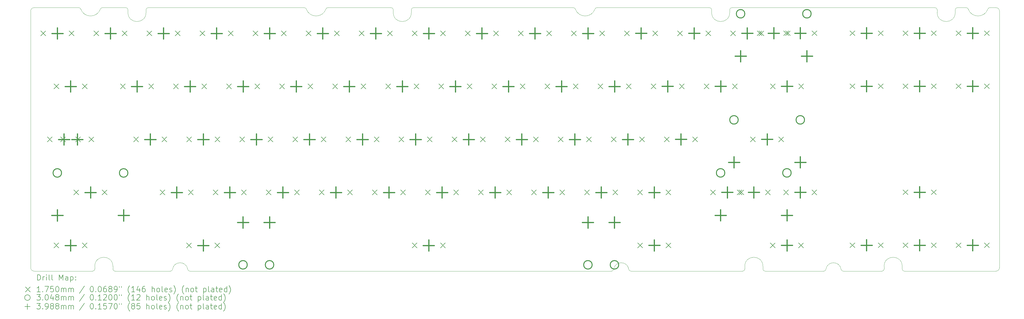
<source format=gbr>
%FSLAX45Y45*%
G04 Gerber Fmt 4.5, Leading zero omitted, Abs format (unit mm)*
G04 Created by KiCad (PCBNEW (5.99.0-12118-g897269f33f)) date 2021-10-21 22:54:38*
%MOMM*%
%LPD*%
G01*
G04 APERTURE LIST*
%TA.AperFunction,Profile*%
%ADD10C,0.100000*%
%TD*%
%ADD11C,0.200000*%
%ADD12C,0.175000*%
%ADD13C,0.304800*%
%ADD14C,0.398780*%
G04 APERTURE END LIST*
D10*
X495035Y-5428477D02*
G75*
G02*
X565762Y-5378430I70727J-24953D01*
G01*
X8591434Y-5428477D02*
G75*
G02*
X8662161Y-5378430I70727J-24953D01*
G01*
X24278125Y-14673429D02*
X24278125Y-14773429D01*
X32771300Y-14723429D02*
X32771300Y-5503430D01*
X29353750Y-14848429D02*
X32646300Y-14848429D01*
X18250518Y-5428477D02*
G75*
G02*
X18321246Y-5378430I70727J-24953D01*
G01*
X3702604Y-14848429D02*
G75*
G02*
X3628312Y-14783707I0J75000D01*
G01*
X1016875Y-14848429D02*
X3009445Y-14848429D01*
X27158937Y-14848477D02*
X28553750Y-14848429D01*
X291875Y-14773429D02*
G75*
G02*
X216875Y-14848429I-75000J0D01*
G01*
X-283010Y-5378430D02*
G75*
G02*
X-212282Y-5428477I0J-75000D01*
G01*
X26540067Y-14783756D02*
G75*
G02*
X27084642Y-14783756I272287J-37672D01*
G01*
X6274756Y-14848428D02*
X18295303Y-14848429D01*
X495034Y-5428477D02*
G75*
G02*
X-212282Y-5428477I-353658J124770D01*
G01*
X32355301Y-5428477D02*
G75*
G02*
X31647984Y-5428477I-353659J124770D01*
G01*
X-2010000Y-5503430D02*
X-2010000Y-14723429D01*
X941875Y-14673429D02*
X941875Y-14773429D01*
X29278750Y-14673429D02*
X29278750Y-14773429D01*
X7813389Y-5378430D02*
X2207500Y-5378430D01*
X1407500Y-5378430D02*
G75*
G02*
X1482500Y-5453430I0J-75000D01*
G01*
X1482500Y-5553430D02*
X1482500Y-5453430D01*
X-283010Y-5378430D02*
X-1885000Y-5378430D01*
X291875Y-14773429D02*
X291875Y-14673429D01*
X31183750Y-5453430D02*
X31183750Y-5553430D01*
X11657500Y-5553430D02*
G75*
G02*
X11007500Y-5553430I-325000J0D01*
G01*
X23628125Y-14773429D02*
X23628125Y-14673429D01*
X291875Y-14673429D02*
G75*
G02*
X941875Y-14673429I325000J0D01*
G01*
X23628125Y-14673429D02*
G75*
G02*
X24278125Y-14673429I325000J0D01*
G01*
X26540067Y-14783757D02*
G75*
G02*
X26465773Y-14848478I-74292J10279D01*
G01*
X-1885000Y-14848429D02*
G75*
G02*
X-2010000Y-14723429I0J125000D01*
G01*
X-2010000Y-5503430D02*
G75*
G02*
X-1885000Y-5378430I125000J0D01*
G01*
X31577257Y-5378430D02*
X31258750Y-5378430D01*
X19537883Y-14848301D02*
G75*
G02*
X19463592Y-14783579I2J75000D01*
G01*
X17472474Y-5378430D02*
G75*
G02*
X17543201Y-5428477I0J-75000D01*
G01*
X1016875Y-14848429D02*
G75*
G02*
X941875Y-14773429I0J75000D01*
G01*
X28628750Y-14773429D02*
X28628750Y-14673429D01*
X24353123Y-14848429D02*
X26465773Y-14848478D01*
X2132500Y-5453430D02*
X2132500Y-5553430D01*
X30458750Y-5378430D02*
X23162500Y-5378430D01*
X2132500Y-5453430D02*
G75*
G02*
X2207500Y-5378430I75000J0D01*
G01*
X24353123Y-14848429D02*
G75*
G02*
X24278125Y-14773429I2J75000D01*
G01*
X27158937Y-14848477D02*
G75*
G02*
X27084642Y-14783756I-3J75000D01*
G01*
X22362500Y-5378430D02*
G75*
G02*
X22437500Y-5453430I0J-75000D01*
G01*
X7813389Y-5378430D02*
G75*
G02*
X7884116Y-5428477I0J-75000D01*
G01*
X18919016Y-14783589D02*
G75*
G02*
X18844739Y-14848314I-74293J10275D01*
G01*
X30458750Y-5378430D02*
G75*
G02*
X30533750Y-5453430I0J-75000D01*
G01*
X17472474Y-5378430D02*
X11732500Y-5378430D01*
X30533750Y-5553430D02*
X30533750Y-5453430D01*
X23087500Y-5453430D02*
X23087500Y-5553430D01*
X32355302Y-5428477D02*
G75*
G02*
X32426029Y-5378430I70727J-24953D01*
G01*
X29353750Y-14848429D02*
G75*
G02*
X29278750Y-14773429I0J75000D01*
G01*
X31183750Y-5553430D02*
G75*
G02*
X30533750Y-5553430I-325000J0D01*
G01*
X-1885000Y-14848429D02*
X216875Y-14848429D01*
X3083737Y-14783707D02*
G75*
G02*
X3009445Y-14848429I-74292J10278D01*
G01*
X23087500Y-5553430D02*
G75*
G02*
X22437500Y-5553430I-325000J0D01*
G01*
X23087500Y-5453430D02*
G75*
G02*
X23162500Y-5378430I75000J0D01*
G01*
X22437500Y-5553430D02*
X22437500Y-5453430D01*
X8591433Y-5428477D02*
G75*
G02*
X7884116Y-5428477I-353658J124770D01*
G01*
X1407500Y-5378430D02*
X565762Y-5378430D01*
X10932500Y-5378430D02*
X8662161Y-5378430D01*
X11657500Y-5453430D02*
G75*
G02*
X11732500Y-5378430I75000J0D01*
G01*
X32646300Y-5378430D02*
G75*
G02*
X32771300Y-5503430I0J-125000D01*
G01*
X2132500Y-5553430D02*
G75*
G02*
X1482500Y-5553430I-325000J0D01*
G01*
X23628125Y-14773429D02*
G75*
G02*
X23553125Y-14848429I-75000J0D01*
G01*
X3083737Y-14783707D02*
G75*
G02*
X3628312Y-14783707I272288J-37670D01*
G01*
X18295303Y-14848429D02*
X18844739Y-14848314D01*
X28628750Y-14673429D02*
G75*
G02*
X29278750Y-14673429I325000J0D01*
G01*
X28628750Y-14773429D02*
G75*
G02*
X28553750Y-14848429I-75000J0D01*
G01*
X32646300Y-5378430D02*
X32426029Y-5378430D01*
X18919016Y-14783589D02*
G75*
G02*
X19463592Y-14783579I272289J-37658D01*
G01*
X32771300Y-14723429D02*
G75*
G02*
X32646300Y-14848429I-125000J0D01*
G01*
X31183750Y-5453430D02*
G75*
G02*
X31258750Y-5378430I75000J0D01*
G01*
X18250518Y-5428477D02*
G75*
G02*
X17543201Y-5428477I-353659J124770D01*
G01*
X10932500Y-5378430D02*
G75*
G02*
X11007500Y-5453430I0J-75000D01*
G01*
X19537883Y-14848301D02*
X23553125Y-14848429D01*
X3702604Y-14848429D02*
X6274756Y-14848428D01*
X22362500Y-5378430D02*
X18321246Y-5378430D01*
X31577257Y-5378430D02*
G75*
G02*
X31647984Y-5428477I0J-75000D01*
G01*
X11007500Y-5553430D02*
X11007500Y-5453430D01*
X11657500Y-5453430D02*
X11657500Y-5553430D01*
D11*
D12*
X-1645500Y-6215000D02*
X-1470500Y-6390000D01*
X-1470500Y-6215000D02*
X-1645500Y-6390000D01*
X-1410500Y-10025000D02*
X-1235500Y-10200000D01*
X-1235500Y-10025000D02*
X-1410500Y-10200000D01*
X-1173000Y-13835000D02*
X-998000Y-14010000D01*
X-998000Y-13835000D02*
X-1173000Y-14010000D01*
X-1170500Y-8120000D02*
X-995500Y-8295000D01*
X-995500Y-8120000D02*
X-1170500Y-8295000D01*
X-933000Y-10025000D02*
X-758000Y-10200000D01*
X-758000Y-10025000D02*
X-933000Y-10200000D01*
X-629500Y-6215000D02*
X-454500Y-6390000D01*
X-454500Y-6215000D02*
X-629500Y-6390000D01*
X-458000Y-11930000D02*
X-283000Y-12105000D01*
X-283000Y-11930000D02*
X-458000Y-12105000D01*
X-394500Y-10025000D02*
X-219500Y-10200000D01*
X-219500Y-10025000D02*
X-394500Y-10200000D01*
X-157000Y-13835000D02*
X18000Y-14010000D01*
X18000Y-13835000D02*
X-157000Y-14010000D01*
X-154500Y-8120000D02*
X20500Y-8295000D01*
X20500Y-8120000D02*
X-154500Y-8295000D01*
X83000Y-10025000D02*
X258000Y-10200000D01*
X258000Y-10025000D02*
X83000Y-10200000D01*
X259500Y-6215000D02*
X434500Y-6390000D01*
X434500Y-6215000D02*
X259500Y-6390000D01*
X558000Y-11930000D02*
X733000Y-12105000D01*
X733000Y-11930000D02*
X558000Y-12105000D01*
X1212000Y-8120000D02*
X1387000Y-8295000D01*
X1387000Y-8120000D02*
X1212000Y-8295000D01*
X1275500Y-6215000D02*
X1450500Y-6390000D01*
X1450500Y-6215000D02*
X1275500Y-6390000D01*
X1687000Y-10025000D02*
X1862000Y-10200000D01*
X1862000Y-10025000D02*
X1687000Y-10200000D01*
X2164500Y-6215000D02*
X2339500Y-6390000D01*
X2339500Y-6215000D02*
X2164500Y-6390000D01*
X2228000Y-8120000D02*
X2403000Y-8295000D01*
X2403000Y-8120000D02*
X2228000Y-8295000D01*
X2637000Y-11930000D02*
X2812000Y-12105000D01*
X2812000Y-11930000D02*
X2637000Y-12105000D01*
X2703000Y-10025000D02*
X2878000Y-10200000D01*
X2878000Y-10025000D02*
X2703000Y-10200000D01*
X3117000Y-8120000D02*
X3292000Y-8295000D01*
X3292000Y-8120000D02*
X3117000Y-8295000D01*
X3180500Y-6215000D02*
X3355500Y-6390000D01*
X3355500Y-6215000D02*
X3180500Y-6390000D01*
X3589500Y-13835000D02*
X3764500Y-14010000D01*
X3764500Y-13835000D02*
X3589500Y-14010000D01*
X3592000Y-10025000D02*
X3767000Y-10200000D01*
X3767000Y-10025000D02*
X3592000Y-10200000D01*
X3653000Y-11930000D02*
X3828000Y-12105000D01*
X3828000Y-11930000D02*
X3653000Y-12105000D01*
X4069500Y-6215000D02*
X4244500Y-6390000D01*
X4244500Y-6215000D02*
X4069500Y-6390000D01*
X4133000Y-8120000D02*
X4308000Y-8295000D01*
X4308000Y-8120000D02*
X4133000Y-8295000D01*
X4542000Y-11930000D02*
X4717000Y-12105000D01*
X4717000Y-11930000D02*
X4542000Y-12105000D01*
X4605500Y-13835000D02*
X4780500Y-14010000D01*
X4780500Y-13835000D02*
X4605500Y-14010000D01*
X4608000Y-10025000D02*
X4783000Y-10200000D01*
X4783000Y-10025000D02*
X4608000Y-10200000D01*
X5022000Y-8120000D02*
X5197000Y-8295000D01*
X5197000Y-8120000D02*
X5022000Y-8295000D01*
X5085500Y-6215000D02*
X5260500Y-6390000D01*
X5260500Y-6215000D02*
X5085500Y-6390000D01*
X5497000Y-10025000D02*
X5672000Y-10200000D01*
X5672000Y-10025000D02*
X5497000Y-10200000D01*
X5558000Y-11930000D02*
X5733000Y-12105000D01*
X5733000Y-11930000D02*
X5558000Y-12105000D01*
X5974500Y-6215000D02*
X6149500Y-6390000D01*
X6149500Y-6215000D02*
X5974500Y-6390000D01*
X6038000Y-8120000D02*
X6213000Y-8295000D01*
X6213000Y-8120000D02*
X6038000Y-8295000D01*
X6447000Y-11930000D02*
X6622000Y-12105000D01*
X6622000Y-11930000D02*
X6447000Y-12105000D01*
X6513000Y-10025000D02*
X6688000Y-10200000D01*
X6688000Y-10025000D02*
X6513000Y-10200000D01*
X6927000Y-8120000D02*
X7102000Y-8295000D01*
X7102000Y-8120000D02*
X6927000Y-8295000D01*
X6990500Y-6215000D02*
X7165500Y-6390000D01*
X7165500Y-6215000D02*
X6990500Y-6390000D01*
X7402000Y-10025000D02*
X7577000Y-10200000D01*
X7577000Y-10025000D02*
X7402000Y-10200000D01*
X7463000Y-11930000D02*
X7638000Y-12105000D01*
X7638000Y-11930000D02*
X7463000Y-12105000D01*
X7879500Y-6215000D02*
X8054500Y-6390000D01*
X8054500Y-6215000D02*
X7879500Y-6390000D01*
X7943000Y-8120000D02*
X8118000Y-8295000D01*
X8118000Y-8120000D02*
X7943000Y-8295000D01*
X8352000Y-11930000D02*
X8527000Y-12105000D01*
X8527000Y-11930000D02*
X8352000Y-12105000D01*
X8418000Y-10025000D02*
X8593000Y-10200000D01*
X8593000Y-10025000D02*
X8418000Y-10200000D01*
X8832000Y-8120000D02*
X9007000Y-8295000D01*
X9007000Y-8120000D02*
X8832000Y-8295000D01*
X8895500Y-6215000D02*
X9070500Y-6390000D01*
X9070500Y-6215000D02*
X8895500Y-6390000D01*
X9307000Y-10025000D02*
X9482000Y-10200000D01*
X9482000Y-10025000D02*
X9307000Y-10200000D01*
X9368000Y-11930000D02*
X9543000Y-12105000D01*
X9543000Y-11930000D02*
X9368000Y-12105000D01*
X9784500Y-6215000D02*
X9959500Y-6390000D01*
X9959500Y-6215000D02*
X9784500Y-6390000D01*
X9848000Y-8120000D02*
X10023000Y-8295000D01*
X10023000Y-8120000D02*
X9848000Y-8295000D01*
X10257000Y-11930000D02*
X10432000Y-12105000D01*
X10432000Y-11930000D02*
X10257000Y-12105000D01*
X10323000Y-10025000D02*
X10498000Y-10200000D01*
X10498000Y-10025000D02*
X10323000Y-10200000D01*
X10737000Y-8120000D02*
X10912000Y-8295000D01*
X10912000Y-8120000D02*
X10737000Y-8295000D01*
X10800500Y-6215000D02*
X10975500Y-6390000D01*
X10975500Y-6215000D02*
X10800500Y-6390000D01*
X11212000Y-10025000D02*
X11387000Y-10200000D01*
X11387000Y-10025000D02*
X11212000Y-10200000D01*
X11273000Y-11930000D02*
X11448000Y-12105000D01*
X11448000Y-11930000D02*
X11273000Y-12105000D01*
X11685750Y-13835000D02*
X11860750Y-14010000D01*
X11860750Y-13835000D02*
X11685750Y-14010000D01*
X11689500Y-6215000D02*
X11864500Y-6390000D01*
X11864500Y-6215000D02*
X11689500Y-6390000D01*
X11753000Y-8120000D02*
X11928000Y-8295000D01*
X11928000Y-8120000D02*
X11753000Y-8295000D01*
X12162000Y-11930000D02*
X12337000Y-12105000D01*
X12337000Y-11930000D02*
X12162000Y-12105000D01*
X12228000Y-10025000D02*
X12403000Y-10200000D01*
X12403000Y-10025000D02*
X12228000Y-10200000D01*
X12642000Y-8120000D02*
X12817000Y-8295000D01*
X12817000Y-8120000D02*
X12642000Y-8295000D01*
X12701750Y-13835000D02*
X12876750Y-14010000D01*
X12876750Y-13835000D02*
X12701750Y-14010000D01*
X12705500Y-6215000D02*
X12880500Y-6390000D01*
X12880500Y-6215000D02*
X12705500Y-6390000D01*
X13119500Y-10025000D02*
X13294500Y-10200000D01*
X13294500Y-10025000D02*
X13119500Y-10200000D01*
X13178000Y-11930000D02*
X13353000Y-12105000D01*
X13353000Y-11930000D02*
X13178000Y-12105000D01*
X13594500Y-6215000D02*
X13769500Y-6390000D01*
X13769500Y-6215000D02*
X13594500Y-6390000D01*
X13658000Y-8120000D02*
X13833000Y-8295000D01*
X13833000Y-8120000D02*
X13658000Y-8295000D01*
X14067000Y-11930000D02*
X14242000Y-12105000D01*
X14242000Y-11930000D02*
X14067000Y-12105000D01*
X14135500Y-10025000D02*
X14310500Y-10200000D01*
X14310500Y-10025000D02*
X14135500Y-10200000D01*
X14547000Y-8120000D02*
X14722000Y-8295000D01*
X14722000Y-8120000D02*
X14547000Y-8295000D01*
X14610500Y-6215000D02*
X14785500Y-6390000D01*
X14785500Y-6215000D02*
X14610500Y-6390000D01*
X15024500Y-10025000D02*
X15199500Y-10200000D01*
X15199500Y-10025000D02*
X15024500Y-10200000D01*
X15083000Y-11930000D02*
X15258000Y-12105000D01*
X15258000Y-11930000D02*
X15083000Y-12105000D01*
X15499500Y-6215000D02*
X15674500Y-6390000D01*
X15674500Y-6215000D02*
X15499500Y-6390000D01*
X15563000Y-8120000D02*
X15738000Y-8295000D01*
X15738000Y-8120000D02*
X15563000Y-8295000D01*
X15972000Y-11930000D02*
X16147000Y-12105000D01*
X16147000Y-11930000D02*
X15972000Y-12105000D01*
X16040500Y-10025000D02*
X16215500Y-10200000D01*
X16215500Y-10025000D02*
X16040500Y-10200000D01*
X16452000Y-8120000D02*
X16627000Y-8295000D01*
X16627000Y-8120000D02*
X16452000Y-8295000D01*
X16515500Y-6215000D02*
X16690500Y-6390000D01*
X16690500Y-6215000D02*
X16515500Y-6390000D01*
X16929500Y-10025000D02*
X17104500Y-10200000D01*
X17104500Y-10025000D02*
X16929500Y-10200000D01*
X16988000Y-11930000D02*
X17163000Y-12105000D01*
X17163000Y-11930000D02*
X16988000Y-12105000D01*
X17404500Y-6215000D02*
X17579500Y-6390000D01*
X17579500Y-6215000D02*
X17404500Y-6390000D01*
X17468000Y-8120000D02*
X17643000Y-8295000D01*
X17643000Y-8120000D02*
X17468000Y-8295000D01*
X17877000Y-11930000D02*
X18052000Y-12105000D01*
X18052000Y-11930000D02*
X17877000Y-12105000D01*
X17945500Y-10025000D02*
X18120500Y-10200000D01*
X18120500Y-10025000D02*
X17945500Y-10200000D01*
X18357000Y-8120000D02*
X18532000Y-8295000D01*
X18532000Y-8120000D02*
X18357000Y-8295000D01*
X18420500Y-6215000D02*
X18595500Y-6390000D01*
X18595500Y-6215000D02*
X18420500Y-6390000D01*
X18834500Y-10025000D02*
X19009500Y-10200000D01*
X19009500Y-10025000D02*
X18834500Y-10200000D01*
X18893000Y-11930000D02*
X19068000Y-12105000D01*
X19068000Y-11930000D02*
X18893000Y-12105000D01*
X19309500Y-6212500D02*
X19484500Y-6387500D01*
X19484500Y-6212500D02*
X19309500Y-6387500D01*
X19373000Y-8120000D02*
X19548000Y-8295000D01*
X19548000Y-8120000D02*
X19373000Y-8295000D01*
X19782000Y-11930000D02*
X19957000Y-12105000D01*
X19957000Y-11930000D02*
X19782000Y-12105000D01*
X19783213Y-13832500D02*
X19958213Y-14007500D01*
X19958213Y-13832500D02*
X19783213Y-14007500D01*
X19850500Y-10025000D02*
X20025500Y-10200000D01*
X20025500Y-10025000D02*
X19850500Y-10200000D01*
X20262000Y-8117500D02*
X20437000Y-8292500D01*
X20437000Y-8117500D02*
X20262000Y-8292500D01*
X20325500Y-6212500D02*
X20500500Y-6387500D01*
X20500500Y-6212500D02*
X20325500Y-6387500D01*
X20739500Y-10022500D02*
X20914500Y-10197500D01*
X20914500Y-10022500D02*
X20739500Y-10197500D01*
X20798000Y-11930000D02*
X20973000Y-12105000D01*
X20973000Y-11930000D02*
X20798000Y-12105000D01*
X20799213Y-13832500D02*
X20974213Y-14007500D01*
X20974213Y-13832500D02*
X20799213Y-14007500D01*
X21214500Y-6212500D02*
X21389500Y-6387500D01*
X21389500Y-6212500D02*
X21214500Y-6387500D01*
X21278000Y-8117500D02*
X21453000Y-8292500D01*
X21453000Y-8117500D02*
X21278000Y-8292500D01*
X21755500Y-10022500D02*
X21930500Y-10197500D01*
X21930500Y-10022500D02*
X21755500Y-10197500D01*
X22167000Y-8117500D02*
X22342000Y-8292500D01*
X22342000Y-8117500D02*
X22167000Y-8292500D01*
X22230500Y-6212500D02*
X22405500Y-6387500D01*
X22405500Y-6212500D02*
X22230500Y-6387500D01*
X22402000Y-11927500D02*
X22577000Y-12102500D01*
X22577000Y-11927500D02*
X22402000Y-12102500D01*
X23119500Y-6212500D02*
X23294500Y-6387500D01*
X23294500Y-6212500D02*
X23119500Y-6387500D01*
X23183000Y-8117500D02*
X23358000Y-8292500D01*
X23358000Y-8117500D02*
X23183000Y-8292500D01*
X23354500Y-11927500D02*
X23529500Y-12102500D01*
X23529500Y-11927500D02*
X23354500Y-12102500D01*
X23418000Y-11927500D02*
X23593000Y-12102500D01*
X23593000Y-11927500D02*
X23418000Y-12102500D01*
X23834500Y-10022500D02*
X24009500Y-10197500D01*
X24009500Y-10022500D02*
X23834500Y-10197500D01*
X24072000Y-6210000D02*
X24247000Y-6385000D01*
X24247000Y-6210000D02*
X24072000Y-6385000D01*
X24135500Y-6212500D02*
X24310500Y-6387500D01*
X24310500Y-6212500D02*
X24135500Y-6387500D01*
X24370500Y-11927500D02*
X24545500Y-12102500D01*
X24545500Y-11927500D02*
X24370500Y-12102500D01*
X24545712Y-13832500D02*
X24720712Y-14007500D01*
X24720712Y-13832500D02*
X24545712Y-14007500D01*
X24547000Y-8117500D02*
X24722000Y-8292500D01*
X24722000Y-8117500D02*
X24547000Y-8292500D01*
X24850500Y-10022500D02*
X25025500Y-10197500D01*
X25025500Y-10022500D02*
X24850500Y-10197500D01*
X25022000Y-11927500D02*
X25197000Y-12102500D01*
X25197000Y-11927500D02*
X25022000Y-12102500D01*
X25024500Y-6210000D02*
X25199500Y-6385000D01*
X25199500Y-6210000D02*
X25024500Y-6385000D01*
X25088000Y-6210000D02*
X25263000Y-6385000D01*
X25263000Y-6210000D02*
X25088000Y-6385000D01*
X25561712Y-13832500D02*
X25736712Y-14007500D01*
X25736712Y-13832500D02*
X25561712Y-14007500D01*
X25563000Y-8117500D02*
X25738000Y-8292500D01*
X25738000Y-8117500D02*
X25563000Y-8292500D01*
X26038000Y-11927500D02*
X26213000Y-12102500D01*
X26213000Y-11927500D02*
X26038000Y-12102500D01*
X26040500Y-6210000D02*
X26215500Y-6385000D01*
X26215500Y-6210000D02*
X26040500Y-6385000D01*
X27404500Y-6210000D02*
X27579500Y-6385000D01*
X27579500Y-6210000D02*
X27404500Y-6385000D01*
X27404500Y-8115000D02*
X27579500Y-8290000D01*
X27579500Y-8115000D02*
X27404500Y-8290000D01*
X27404500Y-13830000D02*
X27579500Y-14005000D01*
X27579500Y-13830000D02*
X27404500Y-14005000D01*
X28420500Y-6210000D02*
X28595500Y-6385000D01*
X28595500Y-6210000D02*
X28420500Y-6385000D01*
X28420500Y-8115000D02*
X28595500Y-8290000D01*
X28595500Y-8115000D02*
X28420500Y-8290000D01*
X28420500Y-13830000D02*
X28595500Y-14005000D01*
X28595500Y-13830000D02*
X28420500Y-14005000D01*
X29309500Y-6210000D02*
X29484500Y-6385000D01*
X29484500Y-6210000D02*
X29309500Y-6385000D01*
X29309500Y-8115000D02*
X29484500Y-8290000D01*
X29484500Y-8115000D02*
X29309500Y-8290000D01*
X29309500Y-11925000D02*
X29484500Y-12100000D01*
X29484500Y-11925000D02*
X29309500Y-12100000D01*
X29309500Y-13830000D02*
X29484500Y-14005000D01*
X29484500Y-13830000D02*
X29309500Y-14005000D01*
X30325500Y-6210000D02*
X30500500Y-6385000D01*
X30500500Y-6210000D02*
X30325500Y-6385000D01*
X30325500Y-8115000D02*
X30500500Y-8290000D01*
X30500500Y-8115000D02*
X30325500Y-8290000D01*
X30325500Y-11925000D02*
X30500500Y-12100000D01*
X30500500Y-11925000D02*
X30325500Y-12100000D01*
X30325500Y-13830000D02*
X30500500Y-14005000D01*
X30500500Y-13830000D02*
X30325500Y-14005000D01*
X31214500Y-6210000D02*
X31389500Y-6385000D01*
X31389500Y-6210000D02*
X31214500Y-6385000D01*
X31214500Y-8115000D02*
X31389500Y-8290000D01*
X31389500Y-8115000D02*
X31214500Y-8290000D01*
X31214500Y-13830000D02*
X31389500Y-14005000D01*
X31389500Y-13830000D02*
X31214500Y-14005000D01*
X32230500Y-6210000D02*
X32405500Y-6385000D01*
X32405500Y-6210000D02*
X32230500Y-6385000D01*
X32230500Y-8115000D02*
X32405500Y-8290000D01*
X32405500Y-8115000D02*
X32230500Y-8290000D01*
X32230500Y-13830000D02*
X32405500Y-14005000D01*
X32405500Y-13830000D02*
X32230500Y-14005000D01*
D13*
X-900725Y-11319000D02*
G75*
G03*
X-900725Y-11319000I-152400J0D01*
G01*
X1480525Y-11319000D02*
G75*
G03*
X1480525Y-11319000I-152400J0D01*
G01*
X5766150Y-14621000D02*
G75*
G03*
X5766150Y-14621000I-152400J0D01*
G01*
X6718650Y-14621000D02*
G75*
G03*
X6718650Y-14621000I-152400J0D01*
G01*
X18148650Y-14621000D02*
G75*
G03*
X18148650Y-14621000I-152400J0D01*
G01*
X19101150Y-14621000D02*
G75*
G03*
X19101150Y-14621000I-152400J0D01*
G01*
X22911775Y-11316500D02*
G75*
G03*
X22911775Y-11316500I-152400J0D01*
G01*
X23391775Y-9411500D02*
G75*
G03*
X23391775Y-9411500I-152400J0D01*
G01*
X23629275Y-5599000D02*
G75*
G03*
X23629275Y-5599000I-152400J0D01*
G01*
X25293025Y-11316500D02*
G75*
G03*
X25293025Y-11316500I-152400J0D01*
G01*
X25773025Y-9411500D02*
G75*
G03*
X25773025Y-9411500I-152400J0D01*
G01*
X26010525Y-5599000D02*
G75*
G03*
X26010525Y-5599000I-152400J0D01*
G01*
D14*
X-1053125Y-12643610D02*
X-1053125Y-13042390D01*
X-1252515Y-12843000D02*
X-853735Y-12843000D01*
X-1050000Y-6103110D02*
X-1050000Y-6501890D01*
X-1249390Y-6302500D02*
X-850610Y-6302500D01*
X-815000Y-9913110D02*
X-815000Y-10311890D01*
X-1014390Y-10112500D02*
X-615610Y-10112500D01*
X-577500Y-13723110D02*
X-577500Y-14121890D01*
X-776890Y-13922500D02*
X-378110Y-13922500D01*
X-575000Y-8008110D02*
X-575000Y-8406890D01*
X-774390Y-8207500D02*
X-375610Y-8207500D01*
X-337500Y-9913110D02*
X-337500Y-10311890D01*
X-536890Y-10112500D02*
X-138110Y-10112500D01*
X137500Y-11818110D02*
X137500Y-12216890D01*
X-61890Y-12017500D02*
X336890Y-12017500D01*
X855000Y-6103110D02*
X855000Y-6501890D01*
X655610Y-6302500D02*
X1054390Y-6302500D01*
X1328125Y-12643610D02*
X1328125Y-13042390D01*
X1128735Y-12843000D02*
X1527515Y-12843000D01*
X1807500Y-8008110D02*
X1807500Y-8406890D01*
X1608110Y-8207500D02*
X2006890Y-8207500D01*
X2282500Y-9913110D02*
X2282500Y-10311890D01*
X2083110Y-10112500D02*
X2481890Y-10112500D01*
X2760000Y-6103110D02*
X2760000Y-6501890D01*
X2560610Y-6302500D02*
X2959390Y-6302500D01*
X3232500Y-11818110D02*
X3232500Y-12216890D01*
X3033110Y-12017500D02*
X3431890Y-12017500D01*
X3712500Y-8008110D02*
X3712500Y-8406890D01*
X3513110Y-8207500D02*
X3911890Y-8207500D01*
X4185000Y-13723110D02*
X4185000Y-14121890D01*
X3985610Y-13922500D02*
X4384390Y-13922500D01*
X4187500Y-9913110D02*
X4187500Y-10311890D01*
X3988110Y-10112500D02*
X4386890Y-10112500D01*
X4665000Y-6103110D02*
X4665000Y-6501890D01*
X4465610Y-6302500D02*
X4864390Y-6302500D01*
X5137500Y-11818110D02*
X5137500Y-12216890D01*
X4938110Y-12017500D02*
X5336890Y-12017500D01*
X5613750Y-12897610D02*
X5613750Y-13296390D01*
X5414360Y-13097000D02*
X5813140Y-13097000D01*
X5617500Y-8008110D02*
X5617500Y-8406890D01*
X5418110Y-8207500D02*
X5816890Y-8207500D01*
X6092500Y-9913110D02*
X6092500Y-10311890D01*
X5893110Y-10112500D02*
X6291890Y-10112500D01*
X6566250Y-12897610D02*
X6566250Y-13296390D01*
X6366860Y-13097000D02*
X6765640Y-13097000D01*
X6570000Y-6103110D02*
X6570000Y-6501890D01*
X6370610Y-6302500D02*
X6769390Y-6302500D01*
X7042500Y-11818110D02*
X7042500Y-12216890D01*
X6843110Y-12017500D02*
X7241890Y-12017500D01*
X7522500Y-8008110D02*
X7522500Y-8406890D01*
X7323110Y-8207500D02*
X7721890Y-8207500D01*
X7997500Y-9913110D02*
X7997500Y-10311890D01*
X7798110Y-10112500D02*
X8196890Y-10112500D01*
X8475000Y-6103110D02*
X8475000Y-6501890D01*
X8275610Y-6302500D02*
X8674390Y-6302500D01*
X8947500Y-11818110D02*
X8947500Y-12216890D01*
X8748110Y-12017500D02*
X9146890Y-12017500D01*
X9427500Y-8008110D02*
X9427500Y-8406890D01*
X9228110Y-8207500D02*
X9626890Y-8207500D01*
X9902500Y-9913110D02*
X9902500Y-10311890D01*
X9703110Y-10112500D02*
X10101890Y-10112500D01*
X10380000Y-6103110D02*
X10380000Y-6501890D01*
X10180610Y-6302500D02*
X10579390Y-6302500D01*
X10852500Y-11818110D02*
X10852500Y-12216890D01*
X10653110Y-12017500D02*
X11051890Y-12017500D01*
X11332500Y-8008110D02*
X11332500Y-8406890D01*
X11133110Y-8207500D02*
X11531890Y-8207500D01*
X11807500Y-9913110D02*
X11807500Y-10311890D01*
X11608110Y-10112500D02*
X12006890Y-10112500D01*
X12281250Y-13723110D02*
X12281250Y-14121890D01*
X12081860Y-13922500D02*
X12480640Y-13922500D01*
X12285000Y-6103110D02*
X12285000Y-6501890D01*
X12085610Y-6302500D02*
X12484390Y-6302500D01*
X12757500Y-11818110D02*
X12757500Y-12216890D01*
X12558110Y-12017500D02*
X12956890Y-12017500D01*
X13237500Y-8008110D02*
X13237500Y-8406890D01*
X13038110Y-8207500D02*
X13436890Y-8207500D01*
X13715000Y-9913110D02*
X13715000Y-10311890D01*
X13515610Y-10112500D02*
X13914390Y-10112500D01*
X14190000Y-6103110D02*
X14190000Y-6501890D01*
X13990610Y-6302500D02*
X14389390Y-6302500D01*
X14662500Y-11818110D02*
X14662500Y-12216890D01*
X14463110Y-12017500D02*
X14861890Y-12017500D01*
X15142500Y-8008110D02*
X15142500Y-8406890D01*
X14943110Y-8207500D02*
X15341890Y-8207500D01*
X15620000Y-9913110D02*
X15620000Y-10311890D01*
X15420610Y-10112500D02*
X15819390Y-10112500D01*
X16095000Y-6103110D02*
X16095000Y-6501890D01*
X15895610Y-6302500D02*
X16294390Y-6302500D01*
X16567500Y-11818110D02*
X16567500Y-12216890D01*
X16368110Y-12017500D02*
X16766890Y-12017500D01*
X17047500Y-8008110D02*
X17047500Y-8406890D01*
X16848110Y-8207500D02*
X17246890Y-8207500D01*
X17525000Y-9913110D02*
X17525000Y-10311890D01*
X17325610Y-10112500D02*
X17724390Y-10112500D01*
X17996250Y-12897610D02*
X17996250Y-13296390D01*
X17796860Y-13097000D02*
X18195640Y-13097000D01*
X18000000Y-6103110D02*
X18000000Y-6501890D01*
X17800610Y-6302500D02*
X18199390Y-6302500D01*
X18472500Y-11818110D02*
X18472500Y-12216890D01*
X18273110Y-12017500D02*
X18671890Y-12017500D01*
X18948750Y-12897610D02*
X18948750Y-13296390D01*
X18749360Y-13097000D02*
X19148140Y-13097000D01*
X18952500Y-8008110D02*
X18952500Y-8406890D01*
X18753110Y-8207500D02*
X19151890Y-8207500D01*
X19430000Y-9913110D02*
X19430000Y-10311890D01*
X19230610Y-10112500D02*
X19629390Y-10112500D01*
X19905000Y-6100610D02*
X19905000Y-6499390D01*
X19705610Y-6300000D02*
X20104390Y-6300000D01*
X20377500Y-11818110D02*
X20377500Y-12216890D01*
X20178110Y-12017500D02*
X20576890Y-12017500D01*
X20378713Y-13720610D02*
X20378713Y-14119390D01*
X20179323Y-13920000D02*
X20578103Y-13920000D01*
X20857500Y-8005610D02*
X20857500Y-8404390D01*
X20658110Y-8205000D02*
X21056890Y-8205000D01*
X21335000Y-9910610D02*
X21335000Y-10309390D01*
X21135610Y-10110000D02*
X21534390Y-10110000D01*
X21810000Y-6100610D02*
X21810000Y-6499390D01*
X21610610Y-6300000D02*
X22009390Y-6300000D01*
X22759375Y-12641110D02*
X22759375Y-13039890D01*
X22559985Y-12840500D02*
X22958765Y-12840500D01*
X22762500Y-8005610D02*
X22762500Y-8404390D01*
X22563110Y-8205000D02*
X22961890Y-8205000D01*
X22997500Y-11815610D02*
X22997500Y-12214390D01*
X22798110Y-12015000D02*
X23196890Y-12015000D01*
X23239375Y-10736110D02*
X23239375Y-11134890D01*
X23039985Y-10935500D02*
X23438765Y-10935500D01*
X23476875Y-6923610D02*
X23476875Y-7322390D01*
X23277485Y-7123000D02*
X23676265Y-7123000D01*
X23715000Y-6100610D02*
X23715000Y-6499390D01*
X23515610Y-6300000D02*
X23914390Y-6300000D01*
X23950000Y-11815610D02*
X23950000Y-12214390D01*
X23750610Y-12015000D02*
X24149390Y-12015000D01*
X24430000Y-9910610D02*
X24430000Y-10309390D01*
X24230610Y-10110000D02*
X24629390Y-10110000D01*
X24667500Y-6098110D02*
X24667500Y-6496890D01*
X24468110Y-6297500D02*
X24866890Y-6297500D01*
X25140625Y-12641110D02*
X25140625Y-13039890D01*
X24941235Y-12840500D02*
X25340015Y-12840500D01*
X25141212Y-13720610D02*
X25141212Y-14119390D01*
X24941822Y-13920000D02*
X25340602Y-13920000D01*
X25142500Y-8005610D02*
X25142500Y-8404390D01*
X24943110Y-8205000D02*
X25341890Y-8205000D01*
X25617500Y-11815610D02*
X25617500Y-12214390D01*
X25418110Y-12015000D02*
X25816890Y-12015000D01*
X25620000Y-6098110D02*
X25620000Y-6496890D01*
X25420610Y-6297500D02*
X25819390Y-6297500D01*
X25620625Y-10736110D02*
X25620625Y-11134890D01*
X25421235Y-10935500D02*
X25820015Y-10935500D01*
X25858125Y-6923610D02*
X25858125Y-7322390D01*
X25658735Y-7123000D02*
X26057515Y-7123000D01*
X28000000Y-6098110D02*
X28000000Y-6496890D01*
X27800610Y-6297500D02*
X28199390Y-6297500D01*
X28000000Y-8003110D02*
X28000000Y-8401890D01*
X27800610Y-8202500D02*
X28199390Y-8202500D01*
X28000000Y-13718110D02*
X28000000Y-14116890D01*
X27800610Y-13917500D02*
X28199390Y-13917500D01*
X29905000Y-6098110D02*
X29905000Y-6496890D01*
X29705610Y-6297500D02*
X30104390Y-6297500D01*
X29905000Y-8003110D02*
X29905000Y-8401890D01*
X29705610Y-8202500D02*
X30104390Y-8202500D01*
X29905000Y-11813110D02*
X29905000Y-12211890D01*
X29705610Y-12012500D02*
X30104390Y-12012500D01*
X29905000Y-13718110D02*
X29905000Y-14116890D01*
X29705610Y-13917500D02*
X30104390Y-13917500D01*
X31810000Y-6098110D02*
X31810000Y-6496890D01*
X31610610Y-6297500D02*
X32009390Y-6297500D01*
X31810000Y-8003110D02*
X31810000Y-8401890D01*
X31610610Y-8202500D02*
X32009390Y-8202500D01*
X31810000Y-13718110D02*
X31810000Y-14116890D01*
X31610610Y-13917500D02*
X32009390Y-13917500D01*
D11*
X-1767381Y-15173954D02*
X-1767381Y-14973954D01*
X-1719762Y-14973954D01*
X-1691190Y-14983478D01*
X-1672143Y-15002526D01*
X-1662619Y-15021573D01*
X-1653095Y-15059668D01*
X-1653095Y-15088240D01*
X-1662619Y-15126335D01*
X-1672143Y-15145383D01*
X-1691190Y-15164430D01*
X-1719762Y-15173954D01*
X-1767381Y-15173954D01*
X-1567381Y-15173954D02*
X-1567381Y-15040621D01*
X-1567381Y-15078716D02*
X-1557857Y-15059668D01*
X-1548333Y-15050145D01*
X-1529286Y-15040621D01*
X-1510238Y-15040621D01*
X-1443571Y-15173954D02*
X-1443571Y-15040621D01*
X-1443571Y-14973954D02*
X-1453095Y-14983478D01*
X-1443571Y-14993002D01*
X-1434048Y-14983478D01*
X-1443571Y-14973954D01*
X-1443571Y-14993002D01*
X-1319762Y-15173954D02*
X-1338810Y-15164430D01*
X-1348333Y-15145383D01*
X-1348333Y-14973954D01*
X-1215000Y-15173954D02*
X-1234048Y-15164430D01*
X-1243571Y-15145383D01*
X-1243571Y-14973954D01*
X-986428Y-15173954D02*
X-986428Y-14973954D01*
X-919762Y-15116811D01*
X-853095Y-14973954D01*
X-853095Y-15173954D01*
X-672143Y-15173954D02*
X-672143Y-15069192D01*
X-681667Y-15050145D01*
X-700714Y-15040621D01*
X-738809Y-15040621D01*
X-757857Y-15050145D01*
X-672143Y-15164430D02*
X-691190Y-15173954D01*
X-738809Y-15173954D01*
X-757857Y-15164430D01*
X-767381Y-15145383D01*
X-767381Y-15126335D01*
X-757857Y-15107288D01*
X-738809Y-15097764D01*
X-691190Y-15097764D01*
X-672143Y-15088240D01*
X-576905Y-15040621D02*
X-576905Y-15240621D01*
X-576905Y-15050145D02*
X-557857Y-15040621D01*
X-519762Y-15040621D01*
X-500714Y-15050145D01*
X-491190Y-15059668D01*
X-481667Y-15078716D01*
X-481667Y-15135859D01*
X-491190Y-15154907D01*
X-500714Y-15164430D01*
X-519762Y-15173954D01*
X-557857Y-15173954D01*
X-576905Y-15164430D01*
X-395952Y-15154907D02*
X-386428Y-15164430D01*
X-395952Y-15173954D01*
X-405476Y-15164430D01*
X-395952Y-15154907D01*
X-395952Y-15173954D01*
X-395952Y-15050145D02*
X-386428Y-15059668D01*
X-395952Y-15069192D01*
X-405476Y-15059668D01*
X-395952Y-15050145D01*
X-395952Y-15069192D01*
D12*
X-2200000Y-15415978D02*
X-2025000Y-15590978D01*
X-2025000Y-15415978D02*
X-2200000Y-15590978D01*
D11*
X-1662619Y-15593954D02*
X-1776905Y-15593954D01*
X-1719762Y-15593954D02*
X-1719762Y-15393954D01*
X-1738809Y-15422526D01*
X-1757857Y-15441573D01*
X-1776905Y-15451097D01*
X-1576905Y-15574907D02*
X-1567381Y-15584430D01*
X-1576905Y-15593954D01*
X-1586428Y-15584430D01*
X-1576905Y-15574907D01*
X-1576905Y-15593954D01*
X-1500714Y-15393954D02*
X-1367381Y-15393954D01*
X-1453095Y-15593954D01*
X-1195952Y-15393954D02*
X-1291190Y-15393954D01*
X-1300714Y-15489192D01*
X-1291190Y-15479668D01*
X-1272143Y-15470145D01*
X-1224524Y-15470145D01*
X-1205476Y-15479668D01*
X-1195952Y-15489192D01*
X-1186429Y-15508240D01*
X-1186429Y-15555859D01*
X-1195952Y-15574907D01*
X-1205476Y-15584430D01*
X-1224524Y-15593954D01*
X-1272143Y-15593954D01*
X-1291190Y-15584430D01*
X-1300714Y-15574907D01*
X-1062619Y-15393954D02*
X-1043571Y-15393954D01*
X-1024524Y-15403478D01*
X-1015000Y-15413002D01*
X-1005476Y-15432049D01*
X-995952Y-15470145D01*
X-995952Y-15517764D01*
X-1005476Y-15555859D01*
X-1015000Y-15574907D01*
X-1024524Y-15584430D01*
X-1043571Y-15593954D01*
X-1062619Y-15593954D01*
X-1081667Y-15584430D01*
X-1091190Y-15574907D01*
X-1100714Y-15555859D01*
X-1110238Y-15517764D01*
X-1110238Y-15470145D01*
X-1100714Y-15432049D01*
X-1091190Y-15413002D01*
X-1081667Y-15403478D01*
X-1062619Y-15393954D01*
X-910238Y-15593954D02*
X-910238Y-15460621D01*
X-910238Y-15479668D02*
X-900714Y-15470145D01*
X-881667Y-15460621D01*
X-853095Y-15460621D01*
X-834048Y-15470145D01*
X-824524Y-15489192D01*
X-824524Y-15593954D01*
X-824524Y-15489192D02*
X-815000Y-15470145D01*
X-795952Y-15460621D01*
X-767381Y-15460621D01*
X-748333Y-15470145D01*
X-738809Y-15489192D01*
X-738809Y-15593954D01*
X-643571Y-15593954D02*
X-643571Y-15460621D01*
X-643571Y-15479668D02*
X-634048Y-15470145D01*
X-615000Y-15460621D01*
X-586429Y-15460621D01*
X-567381Y-15470145D01*
X-557857Y-15489192D01*
X-557857Y-15593954D01*
X-557857Y-15489192D02*
X-548333Y-15470145D01*
X-529286Y-15460621D01*
X-500714Y-15460621D01*
X-481667Y-15470145D01*
X-472143Y-15489192D01*
X-472143Y-15593954D01*
X-81667Y-15384430D02*
X-253095Y-15641573D01*
X175476Y-15393954D02*
X194524Y-15393954D01*
X213571Y-15403478D01*
X223095Y-15413002D01*
X232619Y-15432049D01*
X242143Y-15470145D01*
X242143Y-15517764D01*
X232619Y-15555859D01*
X223095Y-15574907D01*
X213571Y-15584430D01*
X194524Y-15593954D01*
X175476Y-15593954D01*
X156429Y-15584430D01*
X146905Y-15574907D01*
X137381Y-15555859D01*
X127857Y-15517764D01*
X127857Y-15470145D01*
X137381Y-15432049D01*
X146905Y-15413002D01*
X156429Y-15403478D01*
X175476Y-15393954D01*
X327857Y-15574907D02*
X337381Y-15584430D01*
X327857Y-15593954D01*
X318333Y-15584430D01*
X327857Y-15574907D01*
X327857Y-15593954D01*
X461190Y-15393954D02*
X480238Y-15393954D01*
X499286Y-15403478D01*
X508809Y-15413002D01*
X518333Y-15432049D01*
X527857Y-15470145D01*
X527857Y-15517764D01*
X518333Y-15555859D01*
X508809Y-15574907D01*
X499286Y-15584430D01*
X480238Y-15593954D01*
X461190Y-15593954D01*
X442143Y-15584430D01*
X432619Y-15574907D01*
X423095Y-15555859D01*
X413571Y-15517764D01*
X413571Y-15470145D01*
X423095Y-15432049D01*
X432619Y-15413002D01*
X442143Y-15403478D01*
X461190Y-15393954D01*
X699286Y-15393954D02*
X661190Y-15393954D01*
X642143Y-15403478D01*
X632619Y-15413002D01*
X613571Y-15441573D01*
X604048Y-15479668D01*
X604048Y-15555859D01*
X613571Y-15574907D01*
X623095Y-15584430D01*
X642143Y-15593954D01*
X680238Y-15593954D01*
X699286Y-15584430D01*
X708809Y-15574907D01*
X718333Y-15555859D01*
X718333Y-15508240D01*
X708809Y-15489192D01*
X699286Y-15479668D01*
X680238Y-15470145D01*
X642143Y-15470145D01*
X623095Y-15479668D01*
X613571Y-15489192D01*
X604048Y-15508240D01*
X832619Y-15479668D02*
X813571Y-15470145D01*
X804048Y-15460621D01*
X794524Y-15441573D01*
X794524Y-15432049D01*
X804048Y-15413002D01*
X813571Y-15403478D01*
X832619Y-15393954D01*
X870714Y-15393954D01*
X889762Y-15403478D01*
X899286Y-15413002D01*
X908809Y-15432049D01*
X908809Y-15441573D01*
X899286Y-15460621D01*
X889762Y-15470145D01*
X870714Y-15479668D01*
X832619Y-15479668D01*
X813571Y-15489192D01*
X804048Y-15498716D01*
X794524Y-15517764D01*
X794524Y-15555859D01*
X804048Y-15574907D01*
X813571Y-15584430D01*
X832619Y-15593954D01*
X870714Y-15593954D01*
X889762Y-15584430D01*
X899286Y-15574907D01*
X908809Y-15555859D01*
X908809Y-15517764D01*
X899286Y-15498716D01*
X889762Y-15489192D01*
X870714Y-15479668D01*
X1004048Y-15593954D02*
X1042143Y-15593954D01*
X1061190Y-15584430D01*
X1070714Y-15574907D01*
X1089762Y-15546335D01*
X1099286Y-15508240D01*
X1099286Y-15432049D01*
X1089762Y-15413002D01*
X1080238Y-15403478D01*
X1061190Y-15393954D01*
X1023095Y-15393954D01*
X1004048Y-15403478D01*
X994524Y-15413002D01*
X985000Y-15432049D01*
X985000Y-15479668D01*
X994524Y-15498716D01*
X1004048Y-15508240D01*
X1023095Y-15517764D01*
X1061190Y-15517764D01*
X1080238Y-15508240D01*
X1089762Y-15498716D01*
X1099286Y-15479668D01*
X1175476Y-15393954D02*
X1175476Y-15432049D01*
X1251667Y-15393954D02*
X1251667Y-15432049D01*
X1546905Y-15670145D02*
X1537381Y-15660621D01*
X1518333Y-15632049D01*
X1508809Y-15613002D01*
X1499286Y-15584430D01*
X1489762Y-15536811D01*
X1489762Y-15498716D01*
X1499286Y-15451097D01*
X1508809Y-15422526D01*
X1518333Y-15403478D01*
X1537381Y-15374907D01*
X1546905Y-15365383D01*
X1727857Y-15593954D02*
X1613571Y-15593954D01*
X1670714Y-15593954D02*
X1670714Y-15393954D01*
X1651667Y-15422526D01*
X1632619Y-15441573D01*
X1613571Y-15451097D01*
X1899286Y-15460621D02*
X1899286Y-15593954D01*
X1851667Y-15384430D02*
X1804048Y-15527288D01*
X1927857Y-15527288D01*
X2089762Y-15393954D02*
X2051667Y-15393954D01*
X2032619Y-15403478D01*
X2023095Y-15413002D01*
X2004048Y-15441573D01*
X1994524Y-15479668D01*
X1994524Y-15555859D01*
X2004048Y-15574907D01*
X2013571Y-15584430D01*
X2032619Y-15593954D01*
X2070714Y-15593954D01*
X2089762Y-15584430D01*
X2099286Y-15574907D01*
X2108810Y-15555859D01*
X2108810Y-15508240D01*
X2099286Y-15489192D01*
X2089762Y-15479668D01*
X2070714Y-15470145D01*
X2032619Y-15470145D01*
X2013571Y-15479668D01*
X2004048Y-15489192D01*
X1994524Y-15508240D01*
X2346905Y-15593954D02*
X2346905Y-15393954D01*
X2432619Y-15593954D02*
X2432619Y-15489192D01*
X2423095Y-15470145D01*
X2404048Y-15460621D01*
X2375476Y-15460621D01*
X2356429Y-15470145D01*
X2346905Y-15479668D01*
X2556429Y-15593954D02*
X2537381Y-15584430D01*
X2527857Y-15574907D01*
X2518333Y-15555859D01*
X2518333Y-15498716D01*
X2527857Y-15479668D01*
X2537381Y-15470145D01*
X2556429Y-15460621D01*
X2585000Y-15460621D01*
X2604048Y-15470145D01*
X2613571Y-15479668D01*
X2623095Y-15498716D01*
X2623095Y-15555859D01*
X2613571Y-15574907D01*
X2604048Y-15584430D01*
X2585000Y-15593954D01*
X2556429Y-15593954D01*
X2737381Y-15593954D02*
X2718333Y-15584430D01*
X2708810Y-15565383D01*
X2708810Y-15393954D01*
X2889762Y-15584430D02*
X2870714Y-15593954D01*
X2832619Y-15593954D01*
X2813571Y-15584430D01*
X2804048Y-15565383D01*
X2804048Y-15489192D01*
X2813571Y-15470145D01*
X2832619Y-15460621D01*
X2870714Y-15460621D01*
X2889762Y-15470145D01*
X2899286Y-15489192D01*
X2899286Y-15508240D01*
X2804048Y-15527288D01*
X2975476Y-15584430D02*
X2994524Y-15593954D01*
X3032619Y-15593954D01*
X3051667Y-15584430D01*
X3061190Y-15565383D01*
X3061190Y-15555859D01*
X3051667Y-15536811D01*
X3032619Y-15527288D01*
X3004048Y-15527288D01*
X2985000Y-15517764D01*
X2975476Y-15498716D01*
X2975476Y-15489192D01*
X2985000Y-15470145D01*
X3004048Y-15460621D01*
X3032619Y-15460621D01*
X3051667Y-15470145D01*
X3127857Y-15670145D02*
X3137381Y-15660621D01*
X3156428Y-15632049D01*
X3165952Y-15613002D01*
X3175476Y-15584430D01*
X3185000Y-15536811D01*
X3185000Y-15498716D01*
X3175476Y-15451097D01*
X3165952Y-15422526D01*
X3156428Y-15403478D01*
X3137381Y-15374907D01*
X3127857Y-15365383D01*
X3489762Y-15670145D02*
X3480238Y-15660621D01*
X3461190Y-15632049D01*
X3451667Y-15613002D01*
X3442143Y-15584430D01*
X3432619Y-15536811D01*
X3432619Y-15498716D01*
X3442143Y-15451097D01*
X3451667Y-15422526D01*
X3461190Y-15403478D01*
X3480238Y-15374907D01*
X3489762Y-15365383D01*
X3565952Y-15460621D02*
X3565952Y-15593954D01*
X3565952Y-15479668D02*
X3575476Y-15470145D01*
X3594524Y-15460621D01*
X3623095Y-15460621D01*
X3642143Y-15470145D01*
X3651667Y-15489192D01*
X3651667Y-15593954D01*
X3775476Y-15593954D02*
X3756428Y-15584430D01*
X3746905Y-15574907D01*
X3737381Y-15555859D01*
X3737381Y-15498716D01*
X3746905Y-15479668D01*
X3756428Y-15470145D01*
X3775476Y-15460621D01*
X3804048Y-15460621D01*
X3823095Y-15470145D01*
X3832619Y-15479668D01*
X3842143Y-15498716D01*
X3842143Y-15555859D01*
X3832619Y-15574907D01*
X3823095Y-15584430D01*
X3804048Y-15593954D01*
X3775476Y-15593954D01*
X3899286Y-15460621D02*
X3975476Y-15460621D01*
X3927857Y-15393954D02*
X3927857Y-15565383D01*
X3937381Y-15584430D01*
X3956428Y-15593954D01*
X3975476Y-15593954D01*
X4194524Y-15460621D02*
X4194524Y-15660621D01*
X4194524Y-15470145D02*
X4213571Y-15460621D01*
X4251667Y-15460621D01*
X4270714Y-15470145D01*
X4280238Y-15479668D01*
X4289762Y-15498716D01*
X4289762Y-15555859D01*
X4280238Y-15574907D01*
X4270714Y-15584430D01*
X4251667Y-15593954D01*
X4213571Y-15593954D01*
X4194524Y-15584430D01*
X4404048Y-15593954D02*
X4385000Y-15584430D01*
X4375476Y-15565383D01*
X4375476Y-15393954D01*
X4565952Y-15593954D02*
X4565952Y-15489192D01*
X4556429Y-15470145D01*
X4537381Y-15460621D01*
X4499286Y-15460621D01*
X4480238Y-15470145D01*
X4565952Y-15584430D02*
X4546905Y-15593954D01*
X4499286Y-15593954D01*
X4480238Y-15584430D01*
X4470714Y-15565383D01*
X4470714Y-15546335D01*
X4480238Y-15527288D01*
X4499286Y-15517764D01*
X4546905Y-15517764D01*
X4565952Y-15508240D01*
X4632619Y-15460621D02*
X4708810Y-15460621D01*
X4661190Y-15393954D02*
X4661190Y-15565383D01*
X4670714Y-15584430D01*
X4689762Y-15593954D01*
X4708810Y-15593954D01*
X4851667Y-15584430D02*
X4832619Y-15593954D01*
X4794524Y-15593954D01*
X4775476Y-15584430D01*
X4765952Y-15565383D01*
X4765952Y-15489192D01*
X4775476Y-15470145D01*
X4794524Y-15460621D01*
X4832619Y-15460621D01*
X4851667Y-15470145D01*
X4861190Y-15489192D01*
X4861190Y-15508240D01*
X4765952Y-15527288D01*
X5032619Y-15593954D02*
X5032619Y-15393954D01*
X5032619Y-15584430D02*
X5013571Y-15593954D01*
X4975476Y-15593954D01*
X4956429Y-15584430D01*
X4946905Y-15574907D01*
X4937381Y-15555859D01*
X4937381Y-15498716D01*
X4946905Y-15479668D01*
X4956429Y-15470145D01*
X4975476Y-15460621D01*
X5013571Y-15460621D01*
X5032619Y-15470145D01*
X5108810Y-15670145D02*
X5118333Y-15660621D01*
X5137381Y-15632049D01*
X5146905Y-15613002D01*
X5156429Y-15584430D01*
X5165952Y-15536811D01*
X5165952Y-15498716D01*
X5156429Y-15451097D01*
X5146905Y-15422526D01*
X5137381Y-15403478D01*
X5118333Y-15374907D01*
X5108810Y-15365383D01*
X-2025000Y-15798478D02*
G75*
G03*
X-2025000Y-15798478I-100000J0D01*
G01*
X-1786428Y-15688954D02*
X-1662619Y-15688954D01*
X-1729286Y-15765145D01*
X-1700714Y-15765145D01*
X-1681667Y-15774668D01*
X-1672143Y-15784192D01*
X-1662619Y-15803240D01*
X-1662619Y-15850859D01*
X-1672143Y-15869907D01*
X-1681667Y-15879430D01*
X-1700714Y-15888954D01*
X-1757857Y-15888954D01*
X-1776905Y-15879430D01*
X-1786428Y-15869907D01*
X-1576905Y-15869907D02*
X-1567381Y-15879430D01*
X-1576905Y-15888954D01*
X-1586428Y-15879430D01*
X-1576905Y-15869907D01*
X-1576905Y-15888954D01*
X-1443571Y-15688954D02*
X-1424524Y-15688954D01*
X-1405476Y-15698478D01*
X-1395952Y-15708002D01*
X-1386429Y-15727049D01*
X-1376905Y-15765145D01*
X-1376905Y-15812764D01*
X-1386429Y-15850859D01*
X-1395952Y-15869907D01*
X-1405476Y-15879430D01*
X-1424524Y-15888954D01*
X-1443571Y-15888954D01*
X-1462619Y-15879430D01*
X-1472143Y-15869907D01*
X-1481667Y-15850859D01*
X-1491190Y-15812764D01*
X-1491190Y-15765145D01*
X-1481667Y-15727049D01*
X-1472143Y-15708002D01*
X-1462619Y-15698478D01*
X-1443571Y-15688954D01*
X-1205476Y-15755621D02*
X-1205476Y-15888954D01*
X-1253095Y-15679430D02*
X-1300714Y-15822288D01*
X-1176905Y-15822288D01*
X-1072143Y-15774668D02*
X-1091190Y-15765145D01*
X-1100714Y-15755621D01*
X-1110238Y-15736573D01*
X-1110238Y-15727049D01*
X-1100714Y-15708002D01*
X-1091190Y-15698478D01*
X-1072143Y-15688954D01*
X-1034048Y-15688954D01*
X-1015000Y-15698478D01*
X-1005476Y-15708002D01*
X-995952Y-15727049D01*
X-995952Y-15736573D01*
X-1005476Y-15755621D01*
X-1015000Y-15765145D01*
X-1034048Y-15774668D01*
X-1072143Y-15774668D01*
X-1091190Y-15784192D01*
X-1100714Y-15793716D01*
X-1110238Y-15812764D01*
X-1110238Y-15850859D01*
X-1100714Y-15869907D01*
X-1091190Y-15879430D01*
X-1072143Y-15888954D01*
X-1034048Y-15888954D01*
X-1015000Y-15879430D01*
X-1005476Y-15869907D01*
X-995952Y-15850859D01*
X-995952Y-15812764D01*
X-1005476Y-15793716D01*
X-1015000Y-15784192D01*
X-1034048Y-15774668D01*
X-910238Y-15888954D02*
X-910238Y-15755621D01*
X-910238Y-15774668D02*
X-900714Y-15765145D01*
X-881667Y-15755621D01*
X-853095Y-15755621D01*
X-834048Y-15765145D01*
X-824524Y-15784192D01*
X-824524Y-15888954D01*
X-824524Y-15784192D02*
X-815000Y-15765145D01*
X-795952Y-15755621D01*
X-767381Y-15755621D01*
X-748333Y-15765145D01*
X-738809Y-15784192D01*
X-738809Y-15888954D01*
X-643571Y-15888954D02*
X-643571Y-15755621D01*
X-643571Y-15774668D02*
X-634048Y-15765145D01*
X-615000Y-15755621D01*
X-586429Y-15755621D01*
X-567381Y-15765145D01*
X-557857Y-15784192D01*
X-557857Y-15888954D01*
X-557857Y-15784192D02*
X-548333Y-15765145D01*
X-529286Y-15755621D01*
X-500714Y-15755621D01*
X-481667Y-15765145D01*
X-472143Y-15784192D01*
X-472143Y-15888954D01*
X-81667Y-15679430D02*
X-253095Y-15936573D01*
X175476Y-15688954D02*
X194524Y-15688954D01*
X213571Y-15698478D01*
X223095Y-15708002D01*
X232619Y-15727049D01*
X242143Y-15765145D01*
X242143Y-15812764D01*
X232619Y-15850859D01*
X223095Y-15869907D01*
X213571Y-15879430D01*
X194524Y-15888954D01*
X175476Y-15888954D01*
X156429Y-15879430D01*
X146905Y-15869907D01*
X137381Y-15850859D01*
X127857Y-15812764D01*
X127857Y-15765145D01*
X137381Y-15727049D01*
X146905Y-15708002D01*
X156429Y-15698478D01*
X175476Y-15688954D01*
X327857Y-15869907D02*
X337381Y-15879430D01*
X327857Y-15888954D01*
X318333Y-15879430D01*
X327857Y-15869907D01*
X327857Y-15888954D01*
X527857Y-15888954D02*
X413571Y-15888954D01*
X470714Y-15888954D02*
X470714Y-15688954D01*
X451667Y-15717526D01*
X432619Y-15736573D01*
X413571Y-15746097D01*
X604048Y-15708002D02*
X613571Y-15698478D01*
X632619Y-15688954D01*
X680238Y-15688954D01*
X699286Y-15698478D01*
X708809Y-15708002D01*
X718333Y-15727049D01*
X718333Y-15746097D01*
X708809Y-15774668D01*
X594524Y-15888954D01*
X718333Y-15888954D01*
X842143Y-15688954D02*
X861190Y-15688954D01*
X880238Y-15698478D01*
X889762Y-15708002D01*
X899286Y-15727049D01*
X908809Y-15765145D01*
X908809Y-15812764D01*
X899286Y-15850859D01*
X889762Y-15869907D01*
X880238Y-15879430D01*
X861190Y-15888954D01*
X842143Y-15888954D01*
X823095Y-15879430D01*
X813571Y-15869907D01*
X804048Y-15850859D01*
X794524Y-15812764D01*
X794524Y-15765145D01*
X804048Y-15727049D01*
X813571Y-15708002D01*
X823095Y-15698478D01*
X842143Y-15688954D01*
X1032619Y-15688954D02*
X1051667Y-15688954D01*
X1070714Y-15698478D01*
X1080238Y-15708002D01*
X1089762Y-15727049D01*
X1099286Y-15765145D01*
X1099286Y-15812764D01*
X1089762Y-15850859D01*
X1080238Y-15869907D01*
X1070714Y-15879430D01*
X1051667Y-15888954D01*
X1032619Y-15888954D01*
X1013571Y-15879430D01*
X1004048Y-15869907D01*
X994524Y-15850859D01*
X985000Y-15812764D01*
X985000Y-15765145D01*
X994524Y-15727049D01*
X1004048Y-15708002D01*
X1013571Y-15698478D01*
X1032619Y-15688954D01*
X1175476Y-15688954D02*
X1175476Y-15727049D01*
X1251667Y-15688954D02*
X1251667Y-15727049D01*
X1546905Y-15965145D02*
X1537381Y-15955621D01*
X1518333Y-15927049D01*
X1508809Y-15908002D01*
X1499286Y-15879430D01*
X1489762Y-15831811D01*
X1489762Y-15793716D01*
X1499286Y-15746097D01*
X1508809Y-15717526D01*
X1518333Y-15698478D01*
X1537381Y-15669907D01*
X1546905Y-15660383D01*
X1727857Y-15888954D02*
X1613571Y-15888954D01*
X1670714Y-15888954D02*
X1670714Y-15688954D01*
X1651667Y-15717526D01*
X1632619Y-15736573D01*
X1613571Y-15746097D01*
X1804048Y-15708002D02*
X1813571Y-15698478D01*
X1832619Y-15688954D01*
X1880238Y-15688954D01*
X1899286Y-15698478D01*
X1908809Y-15708002D01*
X1918333Y-15727049D01*
X1918333Y-15746097D01*
X1908809Y-15774668D01*
X1794524Y-15888954D01*
X1918333Y-15888954D01*
X2156429Y-15888954D02*
X2156429Y-15688954D01*
X2242143Y-15888954D02*
X2242143Y-15784192D01*
X2232619Y-15765145D01*
X2213571Y-15755621D01*
X2185000Y-15755621D01*
X2165952Y-15765145D01*
X2156429Y-15774668D01*
X2365952Y-15888954D02*
X2346905Y-15879430D01*
X2337381Y-15869907D01*
X2327857Y-15850859D01*
X2327857Y-15793716D01*
X2337381Y-15774668D01*
X2346905Y-15765145D01*
X2365952Y-15755621D01*
X2394524Y-15755621D01*
X2413571Y-15765145D01*
X2423095Y-15774668D01*
X2432619Y-15793716D01*
X2432619Y-15850859D01*
X2423095Y-15869907D01*
X2413571Y-15879430D01*
X2394524Y-15888954D01*
X2365952Y-15888954D01*
X2546905Y-15888954D02*
X2527857Y-15879430D01*
X2518333Y-15860383D01*
X2518333Y-15688954D01*
X2699286Y-15879430D02*
X2680238Y-15888954D01*
X2642143Y-15888954D01*
X2623095Y-15879430D01*
X2613571Y-15860383D01*
X2613571Y-15784192D01*
X2623095Y-15765145D01*
X2642143Y-15755621D01*
X2680238Y-15755621D01*
X2699286Y-15765145D01*
X2708810Y-15784192D01*
X2708810Y-15803240D01*
X2613571Y-15822288D01*
X2785000Y-15879430D02*
X2804048Y-15888954D01*
X2842143Y-15888954D01*
X2861190Y-15879430D01*
X2870714Y-15860383D01*
X2870714Y-15850859D01*
X2861190Y-15831811D01*
X2842143Y-15822288D01*
X2813571Y-15822288D01*
X2794524Y-15812764D01*
X2785000Y-15793716D01*
X2785000Y-15784192D01*
X2794524Y-15765145D01*
X2813571Y-15755621D01*
X2842143Y-15755621D01*
X2861190Y-15765145D01*
X2937381Y-15965145D02*
X2946905Y-15955621D01*
X2965952Y-15927049D01*
X2975476Y-15908002D01*
X2985000Y-15879430D01*
X2994524Y-15831811D01*
X2994524Y-15793716D01*
X2985000Y-15746097D01*
X2975476Y-15717526D01*
X2965952Y-15698478D01*
X2946905Y-15669907D01*
X2937381Y-15660383D01*
X3299286Y-15965145D02*
X3289762Y-15955621D01*
X3270714Y-15927049D01*
X3261190Y-15908002D01*
X3251667Y-15879430D01*
X3242143Y-15831811D01*
X3242143Y-15793716D01*
X3251667Y-15746097D01*
X3261190Y-15717526D01*
X3270714Y-15698478D01*
X3289762Y-15669907D01*
X3299286Y-15660383D01*
X3375476Y-15755621D02*
X3375476Y-15888954D01*
X3375476Y-15774668D02*
X3385000Y-15765145D01*
X3404048Y-15755621D01*
X3432619Y-15755621D01*
X3451667Y-15765145D01*
X3461190Y-15784192D01*
X3461190Y-15888954D01*
X3585000Y-15888954D02*
X3565952Y-15879430D01*
X3556428Y-15869907D01*
X3546905Y-15850859D01*
X3546905Y-15793716D01*
X3556428Y-15774668D01*
X3565952Y-15765145D01*
X3585000Y-15755621D01*
X3613571Y-15755621D01*
X3632619Y-15765145D01*
X3642143Y-15774668D01*
X3651667Y-15793716D01*
X3651667Y-15850859D01*
X3642143Y-15869907D01*
X3632619Y-15879430D01*
X3613571Y-15888954D01*
X3585000Y-15888954D01*
X3708809Y-15755621D02*
X3785000Y-15755621D01*
X3737381Y-15688954D02*
X3737381Y-15860383D01*
X3746905Y-15879430D01*
X3765952Y-15888954D01*
X3785000Y-15888954D01*
X4004048Y-15755621D02*
X4004048Y-15955621D01*
X4004048Y-15765145D02*
X4023095Y-15755621D01*
X4061190Y-15755621D01*
X4080238Y-15765145D01*
X4089762Y-15774668D01*
X4099286Y-15793716D01*
X4099286Y-15850859D01*
X4089762Y-15869907D01*
X4080238Y-15879430D01*
X4061190Y-15888954D01*
X4023095Y-15888954D01*
X4004048Y-15879430D01*
X4213571Y-15888954D02*
X4194524Y-15879430D01*
X4185000Y-15860383D01*
X4185000Y-15688954D01*
X4375476Y-15888954D02*
X4375476Y-15784192D01*
X4365952Y-15765145D01*
X4346905Y-15755621D01*
X4308810Y-15755621D01*
X4289762Y-15765145D01*
X4375476Y-15879430D02*
X4356429Y-15888954D01*
X4308810Y-15888954D01*
X4289762Y-15879430D01*
X4280238Y-15860383D01*
X4280238Y-15841335D01*
X4289762Y-15822288D01*
X4308810Y-15812764D01*
X4356429Y-15812764D01*
X4375476Y-15803240D01*
X4442143Y-15755621D02*
X4518333Y-15755621D01*
X4470714Y-15688954D02*
X4470714Y-15860383D01*
X4480238Y-15879430D01*
X4499286Y-15888954D01*
X4518333Y-15888954D01*
X4661190Y-15879430D02*
X4642143Y-15888954D01*
X4604048Y-15888954D01*
X4585000Y-15879430D01*
X4575476Y-15860383D01*
X4575476Y-15784192D01*
X4585000Y-15765145D01*
X4604048Y-15755621D01*
X4642143Y-15755621D01*
X4661190Y-15765145D01*
X4670714Y-15784192D01*
X4670714Y-15803240D01*
X4575476Y-15822288D01*
X4842143Y-15888954D02*
X4842143Y-15688954D01*
X4842143Y-15879430D02*
X4823095Y-15888954D01*
X4785000Y-15888954D01*
X4765952Y-15879430D01*
X4756429Y-15869907D01*
X4746905Y-15850859D01*
X4746905Y-15793716D01*
X4756429Y-15774668D01*
X4765952Y-15765145D01*
X4785000Y-15755621D01*
X4823095Y-15755621D01*
X4842143Y-15765145D01*
X4918333Y-15965145D02*
X4927857Y-15955621D01*
X4946905Y-15927049D01*
X4956429Y-15908002D01*
X4965952Y-15879430D01*
X4975476Y-15831811D01*
X4975476Y-15793716D01*
X4965952Y-15746097D01*
X4956429Y-15717526D01*
X4946905Y-15698478D01*
X4927857Y-15669907D01*
X4918333Y-15660383D01*
X-2125000Y-16018478D02*
X-2125000Y-16218478D01*
X-2225000Y-16118478D02*
X-2025000Y-16118478D01*
X-1786428Y-16008954D02*
X-1662619Y-16008954D01*
X-1729286Y-16085145D01*
X-1700714Y-16085145D01*
X-1681667Y-16094668D01*
X-1672143Y-16104192D01*
X-1662619Y-16123240D01*
X-1662619Y-16170859D01*
X-1672143Y-16189907D01*
X-1681667Y-16199430D01*
X-1700714Y-16208954D01*
X-1757857Y-16208954D01*
X-1776905Y-16199430D01*
X-1786428Y-16189907D01*
X-1576905Y-16189907D02*
X-1567381Y-16199430D01*
X-1576905Y-16208954D01*
X-1586428Y-16199430D01*
X-1576905Y-16189907D01*
X-1576905Y-16208954D01*
X-1472143Y-16208954D02*
X-1434048Y-16208954D01*
X-1415000Y-16199430D01*
X-1405476Y-16189907D01*
X-1386429Y-16161335D01*
X-1376905Y-16123240D01*
X-1376905Y-16047049D01*
X-1386429Y-16028002D01*
X-1395952Y-16018478D01*
X-1415000Y-16008954D01*
X-1453095Y-16008954D01*
X-1472143Y-16018478D01*
X-1481667Y-16028002D01*
X-1491190Y-16047049D01*
X-1491190Y-16094668D01*
X-1481667Y-16113716D01*
X-1472143Y-16123240D01*
X-1453095Y-16132764D01*
X-1415000Y-16132764D01*
X-1395952Y-16123240D01*
X-1386429Y-16113716D01*
X-1376905Y-16094668D01*
X-1262619Y-16094668D02*
X-1281667Y-16085145D01*
X-1291190Y-16075621D01*
X-1300714Y-16056573D01*
X-1300714Y-16047049D01*
X-1291190Y-16028002D01*
X-1281667Y-16018478D01*
X-1262619Y-16008954D01*
X-1224524Y-16008954D01*
X-1205476Y-16018478D01*
X-1195952Y-16028002D01*
X-1186429Y-16047049D01*
X-1186429Y-16056573D01*
X-1195952Y-16075621D01*
X-1205476Y-16085145D01*
X-1224524Y-16094668D01*
X-1262619Y-16094668D01*
X-1281667Y-16104192D01*
X-1291190Y-16113716D01*
X-1300714Y-16132764D01*
X-1300714Y-16170859D01*
X-1291190Y-16189907D01*
X-1281667Y-16199430D01*
X-1262619Y-16208954D01*
X-1224524Y-16208954D01*
X-1205476Y-16199430D01*
X-1195952Y-16189907D01*
X-1186429Y-16170859D01*
X-1186429Y-16132764D01*
X-1195952Y-16113716D01*
X-1205476Y-16104192D01*
X-1224524Y-16094668D01*
X-1072143Y-16094668D02*
X-1091190Y-16085145D01*
X-1100714Y-16075621D01*
X-1110238Y-16056573D01*
X-1110238Y-16047049D01*
X-1100714Y-16028002D01*
X-1091190Y-16018478D01*
X-1072143Y-16008954D01*
X-1034048Y-16008954D01*
X-1015000Y-16018478D01*
X-1005476Y-16028002D01*
X-995952Y-16047049D01*
X-995952Y-16056573D01*
X-1005476Y-16075621D01*
X-1015000Y-16085145D01*
X-1034048Y-16094668D01*
X-1072143Y-16094668D01*
X-1091190Y-16104192D01*
X-1100714Y-16113716D01*
X-1110238Y-16132764D01*
X-1110238Y-16170859D01*
X-1100714Y-16189907D01*
X-1091190Y-16199430D01*
X-1072143Y-16208954D01*
X-1034048Y-16208954D01*
X-1015000Y-16199430D01*
X-1005476Y-16189907D01*
X-995952Y-16170859D01*
X-995952Y-16132764D01*
X-1005476Y-16113716D01*
X-1015000Y-16104192D01*
X-1034048Y-16094668D01*
X-910238Y-16208954D02*
X-910238Y-16075621D01*
X-910238Y-16094668D02*
X-900714Y-16085145D01*
X-881667Y-16075621D01*
X-853095Y-16075621D01*
X-834048Y-16085145D01*
X-824524Y-16104192D01*
X-824524Y-16208954D01*
X-824524Y-16104192D02*
X-815000Y-16085145D01*
X-795952Y-16075621D01*
X-767381Y-16075621D01*
X-748333Y-16085145D01*
X-738809Y-16104192D01*
X-738809Y-16208954D01*
X-643571Y-16208954D02*
X-643571Y-16075621D01*
X-643571Y-16094668D02*
X-634048Y-16085145D01*
X-615000Y-16075621D01*
X-586429Y-16075621D01*
X-567381Y-16085145D01*
X-557857Y-16104192D01*
X-557857Y-16208954D01*
X-557857Y-16104192D02*
X-548333Y-16085145D01*
X-529286Y-16075621D01*
X-500714Y-16075621D01*
X-481667Y-16085145D01*
X-472143Y-16104192D01*
X-472143Y-16208954D01*
X-81667Y-15999430D02*
X-253095Y-16256573D01*
X175476Y-16008954D02*
X194524Y-16008954D01*
X213571Y-16018478D01*
X223095Y-16028002D01*
X232619Y-16047049D01*
X242143Y-16085145D01*
X242143Y-16132764D01*
X232619Y-16170859D01*
X223095Y-16189907D01*
X213571Y-16199430D01*
X194524Y-16208954D01*
X175476Y-16208954D01*
X156429Y-16199430D01*
X146905Y-16189907D01*
X137381Y-16170859D01*
X127857Y-16132764D01*
X127857Y-16085145D01*
X137381Y-16047049D01*
X146905Y-16028002D01*
X156429Y-16018478D01*
X175476Y-16008954D01*
X327857Y-16189907D02*
X337381Y-16199430D01*
X327857Y-16208954D01*
X318333Y-16199430D01*
X327857Y-16189907D01*
X327857Y-16208954D01*
X527857Y-16208954D02*
X413571Y-16208954D01*
X470714Y-16208954D02*
X470714Y-16008954D01*
X451667Y-16037526D01*
X432619Y-16056573D01*
X413571Y-16066097D01*
X708809Y-16008954D02*
X613571Y-16008954D01*
X604048Y-16104192D01*
X613571Y-16094668D01*
X632619Y-16085145D01*
X680238Y-16085145D01*
X699286Y-16094668D01*
X708809Y-16104192D01*
X718333Y-16123240D01*
X718333Y-16170859D01*
X708809Y-16189907D01*
X699286Y-16199430D01*
X680238Y-16208954D01*
X632619Y-16208954D01*
X613571Y-16199430D01*
X604048Y-16189907D01*
X785000Y-16008954D02*
X918333Y-16008954D01*
X832619Y-16208954D01*
X1032619Y-16008954D02*
X1051667Y-16008954D01*
X1070714Y-16018478D01*
X1080238Y-16028002D01*
X1089762Y-16047049D01*
X1099286Y-16085145D01*
X1099286Y-16132764D01*
X1089762Y-16170859D01*
X1080238Y-16189907D01*
X1070714Y-16199430D01*
X1051667Y-16208954D01*
X1032619Y-16208954D01*
X1013571Y-16199430D01*
X1004048Y-16189907D01*
X994524Y-16170859D01*
X985000Y-16132764D01*
X985000Y-16085145D01*
X994524Y-16047049D01*
X1004048Y-16028002D01*
X1013571Y-16018478D01*
X1032619Y-16008954D01*
X1175476Y-16008954D02*
X1175476Y-16047049D01*
X1251667Y-16008954D02*
X1251667Y-16047049D01*
X1546905Y-16285145D02*
X1537381Y-16275621D01*
X1518333Y-16247049D01*
X1508809Y-16228002D01*
X1499286Y-16199430D01*
X1489762Y-16151811D01*
X1489762Y-16113716D01*
X1499286Y-16066097D01*
X1508809Y-16037526D01*
X1518333Y-16018478D01*
X1537381Y-15989907D01*
X1546905Y-15980383D01*
X1651667Y-16094668D02*
X1632619Y-16085145D01*
X1623095Y-16075621D01*
X1613571Y-16056573D01*
X1613571Y-16047049D01*
X1623095Y-16028002D01*
X1632619Y-16018478D01*
X1651667Y-16008954D01*
X1689762Y-16008954D01*
X1708809Y-16018478D01*
X1718333Y-16028002D01*
X1727857Y-16047049D01*
X1727857Y-16056573D01*
X1718333Y-16075621D01*
X1708809Y-16085145D01*
X1689762Y-16094668D01*
X1651667Y-16094668D01*
X1632619Y-16104192D01*
X1623095Y-16113716D01*
X1613571Y-16132764D01*
X1613571Y-16170859D01*
X1623095Y-16189907D01*
X1632619Y-16199430D01*
X1651667Y-16208954D01*
X1689762Y-16208954D01*
X1708809Y-16199430D01*
X1718333Y-16189907D01*
X1727857Y-16170859D01*
X1727857Y-16132764D01*
X1718333Y-16113716D01*
X1708809Y-16104192D01*
X1689762Y-16094668D01*
X1908809Y-16008954D02*
X1813571Y-16008954D01*
X1804048Y-16104192D01*
X1813571Y-16094668D01*
X1832619Y-16085145D01*
X1880238Y-16085145D01*
X1899286Y-16094668D01*
X1908809Y-16104192D01*
X1918333Y-16123240D01*
X1918333Y-16170859D01*
X1908809Y-16189907D01*
X1899286Y-16199430D01*
X1880238Y-16208954D01*
X1832619Y-16208954D01*
X1813571Y-16199430D01*
X1804048Y-16189907D01*
X2156429Y-16208954D02*
X2156429Y-16008954D01*
X2242143Y-16208954D02*
X2242143Y-16104192D01*
X2232619Y-16085145D01*
X2213571Y-16075621D01*
X2185000Y-16075621D01*
X2165952Y-16085145D01*
X2156429Y-16094668D01*
X2365952Y-16208954D02*
X2346905Y-16199430D01*
X2337381Y-16189907D01*
X2327857Y-16170859D01*
X2327857Y-16113716D01*
X2337381Y-16094668D01*
X2346905Y-16085145D01*
X2365952Y-16075621D01*
X2394524Y-16075621D01*
X2413571Y-16085145D01*
X2423095Y-16094668D01*
X2432619Y-16113716D01*
X2432619Y-16170859D01*
X2423095Y-16189907D01*
X2413571Y-16199430D01*
X2394524Y-16208954D01*
X2365952Y-16208954D01*
X2546905Y-16208954D02*
X2527857Y-16199430D01*
X2518333Y-16180383D01*
X2518333Y-16008954D01*
X2699286Y-16199430D02*
X2680238Y-16208954D01*
X2642143Y-16208954D01*
X2623095Y-16199430D01*
X2613571Y-16180383D01*
X2613571Y-16104192D01*
X2623095Y-16085145D01*
X2642143Y-16075621D01*
X2680238Y-16075621D01*
X2699286Y-16085145D01*
X2708810Y-16104192D01*
X2708810Y-16123240D01*
X2613571Y-16142288D01*
X2785000Y-16199430D02*
X2804048Y-16208954D01*
X2842143Y-16208954D01*
X2861190Y-16199430D01*
X2870714Y-16180383D01*
X2870714Y-16170859D01*
X2861190Y-16151811D01*
X2842143Y-16142288D01*
X2813571Y-16142288D01*
X2794524Y-16132764D01*
X2785000Y-16113716D01*
X2785000Y-16104192D01*
X2794524Y-16085145D01*
X2813571Y-16075621D01*
X2842143Y-16075621D01*
X2861190Y-16085145D01*
X2937381Y-16285145D02*
X2946905Y-16275621D01*
X2965952Y-16247049D01*
X2975476Y-16228002D01*
X2985000Y-16199430D01*
X2994524Y-16151811D01*
X2994524Y-16113716D01*
X2985000Y-16066097D01*
X2975476Y-16037526D01*
X2965952Y-16018478D01*
X2946905Y-15989907D01*
X2937381Y-15980383D01*
X3299286Y-16285145D02*
X3289762Y-16275621D01*
X3270714Y-16247049D01*
X3261190Y-16228002D01*
X3251667Y-16199430D01*
X3242143Y-16151811D01*
X3242143Y-16113716D01*
X3251667Y-16066097D01*
X3261190Y-16037526D01*
X3270714Y-16018478D01*
X3289762Y-15989907D01*
X3299286Y-15980383D01*
X3375476Y-16075621D02*
X3375476Y-16208954D01*
X3375476Y-16094668D02*
X3385000Y-16085145D01*
X3404048Y-16075621D01*
X3432619Y-16075621D01*
X3451667Y-16085145D01*
X3461190Y-16104192D01*
X3461190Y-16208954D01*
X3585000Y-16208954D02*
X3565952Y-16199430D01*
X3556428Y-16189907D01*
X3546905Y-16170859D01*
X3546905Y-16113716D01*
X3556428Y-16094668D01*
X3565952Y-16085145D01*
X3585000Y-16075621D01*
X3613571Y-16075621D01*
X3632619Y-16085145D01*
X3642143Y-16094668D01*
X3651667Y-16113716D01*
X3651667Y-16170859D01*
X3642143Y-16189907D01*
X3632619Y-16199430D01*
X3613571Y-16208954D01*
X3585000Y-16208954D01*
X3708809Y-16075621D02*
X3785000Y-16075621D01*
X3737381Y-16008954D02*
X3737381Y-16180383D01*
X3746905Y-16199430D01*
X3765952Y-16208954D01*
X3785000Y-16208954D01*
X4004048Y-16075621D02*
X4004048Y-16275621D01*
X4004048Y-16085145D02*
X4023095Y-16075621D01*
X4061190Y-16075621D01*
X4080238Y-16085145D01*
X4089762Y-16094668D01*
X4099286Y-16113716D01*
X4099286Y-16170859D01*
X4089762Y-16189907D01*
X4080238Y-16199430D01*
X4061190Y-16208954D01*
X4023095Y-16208954D01*
X4004048Y-16199430D01*
X4213571Y-16208954D02*
X4194524Y-16199430D01*
X4185000Y-16180383D01*
X4185000Y-16008954D01*
X4375476Y-16208954D02*
X4375476Y-16104192D01*
X4365952Y-16085145D01*
X4346905Y-16075621D01*
X4308810Y-16075621D01*
X4289762Y-16085145D01*
X4375476Y-16199430D02*
X4356429Y-16208954D01*
X4308810Y-16208954D01*
X4289762Y-16199430D01*
X4280238Y-16180383D01*
X4280238Y-16161335D01*
X4289762Y-16142288D01*
X4308810Y-16132764D01*
X4356429Y-16132764D01*
X4375476Y-16123240D01*
X4442143Y-16075621D02*
X4518333Y-16075621D01*
X4470714Y-16008954D02*
X4470714Y-16180383D01*
X4480238Y-16199430D01*
X4499286Y-16208954D01*
X4518333Y-16208954D01*
X4661190Y-16199430D02*
X4642143Y-16208954D01*
X4604048Y-16208954D01*
X4585000Y-16199430D01*
X4575476Y-16180383D01*
X4575476Y-16104192D01*
X4585000Y-16085145D01*
X4604048Y-16075621D01*
X4642143Y-16075621D01*
X4661190Y-16085145D01*
X4670714Y-16104192D01*
X4670714Y-16123240D01*
X4575476Y-16142288D01*
X4842143Y-16208954D02*
X4842143Y-16008954D01*
X4842143Y-16199430D02*
X4823095Y-16208954D01*
X4785000Y-16208954D01*
X4765952Y-16199430D01*
X4756429Y-16189907D01*
X4746905Y-16170859D01*
X4746905Y-16113716D01*
X4756429Y-16094668D01*
X4765952Y-16085145D01*
X4785000Y-16075621D01*
X4823095Y-16075621D01*
X4842143Y-16085145D01*
X4918333Y-16285145D02*
X4927857Y-16275621D01*
X4946905Y-16247049D01*
X4956429Y-16228002D01*
X4965952Y-16199430D01*
X4975476Y-16151811D01*
X4975476Y-16113716D01*
X4965952Y-16066097D01*
X4956429Y-16037526D01*
X4946905Y-16018478D01*
X4927857Y-15989907D01*
X4918333Y-15980383D01*
M02*

</source>
